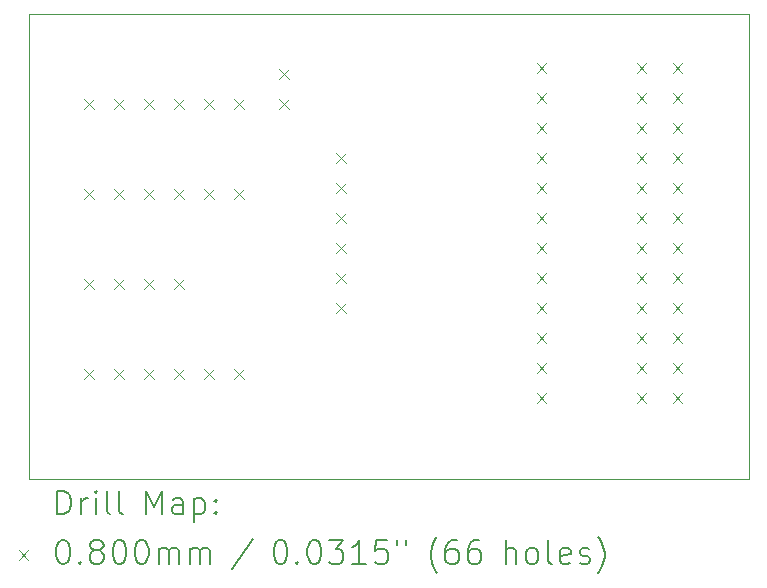
<source format=gbr>
%TF.GenerationSoftware,KiCad,Pcbnew,(7.0.0)*%
%TF.CreationDate,2023-03-31T02:04:25+02:00*%
%TF.ProjectId,HM-PlateauUtilisateur,484d2d50-6c61-4746-9561-755574696c69,rev?*%
%TF.SameCoordinates,Original*%
%TF.FileFunction,Drillmap*%
%TF.FilePolarity,Positive*%
%FSLAX45Y45*%
G04 Gerber Fmt 4.5, Leading zero omitted, Abs format (unit mm)*
G04 Created by KiCad (PCBNEW (7.0.0)) date 2023-03-31 02:04:25*
%MOMM*%
%LPD*%
G01*
G04 APERTURE LIST*
%ADD10C,0.100000*%
%ADD11C,0.200000*%
%ADD12C,0.080000*%
G04 APERTURE END LIST*
D10*
X11430000Y-6096000D02*
X17526000Y-6096000D01*
X17526000Y-6096000D02*
X17526000Y-10033000D01*
X17526000Y-10033000D02*
X11430000Y-10033000D01*
X11430000Y-10033000D02*
X11430000Y-6096000D01*
D11*
D12*
X11898000Y-6818000D02*
X11978000Y-6898000D01*
X11978000Y-6818000D02*
X11898000Y-6898000D01*
X11898000Y-7580000D02*
X11978000Y-7660000D01*
X11978000Y-7580000D02*
X11898000Y-7660000D01*
X11898000Y-8342000D02*
X11978000Y-8422000D01*
X11978000Y-8342000D02*
X11898000Y-8422000D01*
X11898000Y-9104000D02*
X11978000Y-9184000D01*
X11978000Y-9104000D02*
X11898000Y-9184000D01*
X12152000Y-6818000D02*
X12232000Y-6898000D01*
X12232000Y-6818000D02*
X12152000Y-6898000D01*
X12152000Y-7580000D02*
X12232000Y-7660000D01*
X12232000Y-7580000D02*
X12152000Y-7660000D01*
X12152000Y-8342000D02*
X12232000Y-8422000D01*
X12232000Y-8342000D02*
X12152000Y-8422000D01*
X12152000Y-9104000D02*
X12232000Y-9184000D01*
X12232000Y-9104000D02*
X12152000Y-9184000D01*
X12406000Y-6818000D02*
X12486000Y-6898000D01*
X12486000Y-6818000D02*
X12406000Y-6898000D01*
X12406000Y-7580000D02*
X12486000Y-7660000D01*
X12486000Y-7580000D02*
X12406000Y-7660000D01*
X12406000Y-8342000D02*
X12486000Y-8422000D01*
X12486000Y-8342000D02*
X12406000Y-8422000D01*
X12406000Y-9104000D02*
X12486000Y-9184000D01*
X12486000Y-9104000D02*
X12406000Y-9184000D01*
X12660000Y-6818000D02*
X12740000Y-6898000D01*
X12740000Y-6818000D02*
X12660000Y-6898000D01*
X12660000Y-7580000D02*
X12740000Y-7660000D01*
X12740000Y-7580000D02*
X12660000Y-7660000D01*
X12660000Y-8342000D02*
X12740000Y-8422000D01*
X12740000Y-8342000D02*
X12660000Y-8422000D01*
X12660000Y-9104000D02*
X12740000Y-9184000D01*
X12740000Y-9104000D02*
X12660000Y-9184000D01*
X12914000Y-6818000D02*
X12994000Y-6898000D01*
X12994000Y-6818000D02*
X12914000Y-6898000D01*
X12914000Y-7580000D02*
X12994000Y-7660000D01*
X12994000Y-7580000D02*
X12914000Y-7660000D01*
X12914000Y-9104000D02*
X12994000Y-9184000D01*
X12994000Y-9104000D02*
X12914000Y-9184000D01*
X13168000Y-6818000D02*
X13248000Y-6898000D01*
X13248000Y-6818000D02*
X13168000Y-6898000D01*
X13168000Y-7580000D02*
X13248000Y-7660000D01*
X13248000Y-7580000D02*
X13168000Y-7660000D01*
X13168000Y-9104000D02*
X13248000Y-9184000D01*
X13248000Y-9104000D02*
X13168000Y-9184000D01*
X13549000Y-6564000D02*
X13629000Y-6644000D01*
X13629000Y-6564000D02*
X13549000Y-6644000D01*
X13549000Y-6818000D02*
X13629000Y-6898000D01*
X13629000Y-6818000D02*
X13549000Y-6898000D01*
X14031600Y-7275200D02*
X14111600Y-7355200D01*
X14111600Y-7275200D02*
X14031600Y-7355200D01*
X14031600Y-7529200D02*
X14111600Y-7609200D01*
X14111600Y-7529200D02*
X14031600Y-7609200D01*
X14031600Y-7783200D02*
X14111600Y-7863200D01*
X14111600Y-7783200D02*
X14031600Y-7863200D01*
X14031600Y-8037200D02*
X14111600Y-8117200D01*
X14111600Y-8037200D02*
X14031600Y-8117200D01*
X14031600Y-8291200D02*
X14111600Y-8371200D01*
X14111600Y-8291200D02*
X14031600Y-8371200D01*
X14031600Y-8545200D02*
X14111600Y-8625200D01*
X14111600Y-8545200D02*
X14031600Y-8625200D01*
X15731600Y-6513200D02*
X15811600Y-6593200D01*
X15811600Y-6513200D02*
X15731600Y-6593200D01*
X15731600Y-6767200D02*
X15811600Y-6847200D01*
X15811600Y-6767200D02*
X15731600Y-6847200D01*
X15731600Y-7021200D02*
X15811600Y-7101200D01*
X15811600Y-7021200D02*
X15731600Y-7101200D01*
X15731600Y-7275200D02*
X15811600Y-7355200D01*
X15811600Y-7275200D02*
X15731600Y-7355200D01*
X15731600Y-7529200D02*
X15811600Y-7609200D01*
X15811600Y-7529200D02*
X15731600Y-7609200D01*
X15731600Y-7783200D02*
X15811600Y-7863200D01*
X15811600Y-7783200D02*
X15731600Y-7863200D01*
X15731600Y-8037200D02*
X15811600Y-8117200D01*
X15811600Y-8037200D02*
X15731600Y-8117200D01*
X15731600Y-8291200D02*
X15811600Y-8371200D01*
X15811600Y-8291200D02*
X15731600Y-8371200D01*
X15731600Y-8545200D02*
X15811600Y-8625200D01*
X15811600Y-8545200D02*
X15731600Y-8625200D01*
X15731600Y-8799200D02*
X15811600Y-8879200D01*
X15811600Y-8799200D02*
X15731600Y-8879200D01*
X15731600Y-9053200D02*
X15811600Y-9133200D01*
X15811600Y-9053200D02*
X15731600Y-9133200D01*
X15731600Y-9307200D02*
X15811600Y-9387200D01*
X15811600Y-9307200D02*
X15731600Y-9387200D01*
X16579325Y-6513200D02*
X16659325Y-6593200D01*
X16659325Y-6513200D02*
X16579325Y-6593200D01*
X16579325Y-6767200D02*
X16659325Y-6847200D01*
X16659325Y-6767200D02*
X16579325Y-6847200D01*
X16579325Y-7021200D02*
X16659325Y-7101200D01*
X16659325Y-7021200D02*
X16579325Y-7101200D01*
X16579325Y-7275200D02*
X16659325Y-7355200D01*
X16659325Y-7275200D02*
X16579325Y-7355200D01*
X16579325Y-7529200D02*
X16659325Y-7609200D01*
X16659325Y-7529200D02*
X16579325Y-7609200D01*
X16579325Y-7783200D02*
X16659325Y-7863200D01*
X16659325Y-7783200D02*
X16579325Y-7863200D01*
X16579325Y-8037200D02*
X16659325Y-8117200D01*
X16659325Y-8037200D02*
X16579325Y-8117200D01*
X16579325Y-8291200D02*
X16659325Y-8371200D01*
X16659325Y-8291200D02*
X16579325Y-8371200D01*
X16579325Y-8545200D02*
X16659325Y-8625200D01*
X16659325Y-8545200D02*
X16579325Y-8625200D01*
X16579325Y-8799200D02*
X16659325Y-8879200D01*
X16659325Y-8799200D02*
X16579325Y-8879200D01*
X16579325Y-9053200D02*
X16659325Y-9133200D01*
X16659325Y-9053200D02*
X16579325Y-9133200D01*
X16579325Y-9307200D02*
X16659325Y-9387200D01*
X16659325Y-9307200D02*
X16579325Y-9387200D01*
X16884125Y-6513200D02*
X16964125Y-6593200D01*
X16964125Y-6513200D02*
X16884125Y-6593200D01*
X16884125Y-6767200D02*
X16964125Y-6847200D01*
X16964125Y-6767200D02*
X16884125Y-6847200D01*
X16884125Y-7021200D02*
X16964125Y-7101200D01*
X16964125Y-7021200D02*
X16884125Y-7101200D01*
X16884125Y-7275200D02*
X16964125Y-7355200D01*
X16964125Y-7275200D02*
X16884125Y-7355200D01*
X16884125Y-7529200D02*
X16964125Y-7609200D01*
X16964125Y-7529200D02*
X16884125Y-7609200D01*
X16884125Y-7783200D02*
X16964125Y-7863200D01*
X16964125Y-7783200D02*
X16884125Y-7863200D01*
X16884125Y-8037200D02*
X16964125Y-8117200D01*
X16964125Y-8037200D02*
X16884125Y-8117200D01*
X16884125Y-8291200D02*
X16964125Y-8371200D01*
X16964125Y-8291200D02*
X16884125Y-8371200D01*
X16884125Y-8545200D02*
X16964125Y-8625200D01*
X16964125Y-8545200D02*
X16884125Y-8625200D01*
X16884125Y-8799200D02*
X16964125Y-8879200D01*
X16964125Y-8799200D02*
X16884125Y-8879200D01*
X16884125Y-9053200D02*
X16964125Y-9133200D01*
X16964125Y-9053200D02*
X16884125Y-9133200D01*
X16884125Y-9307200D02*
X16964125Y-9387200D01*
X16964125Y-9307200D02*
X16884125Y-9387200D01*
D11*
X11672619Y-10331476D02*
X11672619Y-10131476D01*
X11672619Y-10131476D02*
X11720238Y-10131476D01*
X11720238Y-10131476D02*
X11748809Y-10141000D01*
X11748809Y-10141000D02*
X11767857Y-10160048D01*
X11767857Y-10160048D02*
X11777381Y-10179095D01*
X11777381Y-10179095D02*
X11786905Y-10217190D01*
X11786905Y-10217190D02*
X11786905Y-10245762D01*
X11786905Y-10245762D02*
X11777381Y-10283857D01*
X11777381Y-10283857D02*
X11767857Y-10302905D01*
X11767857Y-10302905D02*
X11748809Y-10321952D01*
X11748809Y-10321952D02*
X11720238Y-10331476D01*
X11720238Y-10331476D02*
X11672619Y-10331476D01*
X11872619Y-10331476D02*
X11872619Y-10198143D01*
X11872619Y-10236238D02*
X11882143Y-10217190D01*
X11882143Y-10217190D02*
X11891667Y-10207667D01*
X11891667Y-10207667D02*
X11910714Y-10198143D01*
X11910714Y-10198143D02*
X11929762Y-10198143D01*
X11996428Y-10331476D02*
X11996428Y-10198143D01*
X11996428Y-10131476D02*
X11986905Y-10141000D01*
X11986905Y-10141000D02*
X11996428Y-10150524D01*
X11996428Y-10150524D02*
X12005952Y-10141000D01*
X12005952Y-10141000D02*
X11996428Y-10131476D01*
X11996428Y-10131476D02*
X11996428Y-10150524D01*
X12120238Y-10331476D02*
X12101190Y-10321952D01*
X12101190Y-10321952D02*
X12091667Y-10302905D01*
X12091667Y-10302905D02*
X12091667Y-10131476D01*
X12225000Y-10331476D02*
X12205952Y-10321952D01*
X12205952Y-10321952D02*
X12196428Y-10302905D01*
X12196428Y-10302905D02*
X12196428Y-10131476D01*
X12421190Y-10331476D02*
X12421190Y-10131476D01*
X12421190Y-10131476D02*
X12487857Y-10274333D01*
X12487857Y-10274333D02*
X12554524Y-10131476D01*
X12554524Y-10131476D02*
X12554524Y-10331476D01*
X12735476Y-10331476D02*
X12735476Y-10226714D01*
X12735476Y-10226714D02*
X12725952Y-10207667D01*
X12725952Y-10207667D02*
X12706905Y-10198143D01*
X12706905Y-10198143D02*
X12668809Y-10198143D01*
X12668809Y-10198143D02*
X12649762Y-10207667D01*
X12735476Y-10321952D02*
X12716428Y-10331476D01*
X12716428Y-10331476D02*
X12668809Y-10331476D01*
X12668809Y-10331476D02*
X12649762Y-10321952D01*
X12649762Y-10321952D02*
X12640238Y-10302905D01*
X12640238Y-10302905D02*
X12640238Y-10283857D01*
X12640238Y-10283857D02*
X12649762Y-10264810D01*
X12649762Y-10264810D02*
X12668809Y-10255286D01*
X12668809Y-10255286D02*
X12716428Y-10255286D01*
X12716428Y-10255286D02*
X12735476Y-10245762D01*
X12830714Y-10198143D02*
X12830714Y-10398143D01*
X12830714Y-10207667D02*
X12849762Y-10198143D01*
X12849762Y-10198143D02*
X12887857Y-10198143D01*
X12887857Y-10198143D02*
X12906905Y-10207667D01*
X12906905Y-10207667D02*
X12916428Y-10217190D01*
X12916428Y-10217190D02*
X12925952Y-10236238D01*
X12925952Y-10236238D02*
X12925952Y-10293381D01*
X12925952Y-10293381D02*
X12916428Y-10312429D01*
X12916428Y-10312429D02*
X12906905Y-10321952D01*
X12906905Y-10321952D02*
X12887857Y-10331476D01*
X12887857Y-10331476D02*
X12849762Y-10331476D01*
X12849762Y-10331476D02*
X12830714Y-10321952D01*
X13011667Y-10312429D02*
X13021190Y-10321952D01*
X13021190Y-10321952D02*
X13011667Y-10331476D01*
X13011667Y-10331476D02*
X13002143Y-10321952D01*
X13002143Y-10321952D02*
X13011667Y-10312429D01*
X13011667Y-10312429D02*
X13011667Y-10331476D01*
X13011667Y-10207667D02*
X13021190Y-10217190D01*
X13021190Y-10217190D02*
X13011667Y-10226714D01*
X13011667Y-10226714D02*
X13002143Y-10217190D01*
X13002143Y-10217190D02*
X13011667Y-10207667D01*
X13011667Y-10207667D02*
X13011667Y-10226714D01*
D12*
X11345000Y-10638000D02*
X11425000Y-10718000D01*
X11425000Y-10638000D02*
X11345000Y-10718000D01*
D11*
X11710714Y-10551476D02*
X11729762Y-10551476D01*
X11729762Y-10551476D02*
X11748809Y-10561000D01*
X11748809Y-10561000D02*
X11758333Y-10570524D01*
X11758333Y-10570524D02*
X11767857Y-10589571D01*
X11767857Y-10589571D02*
X11777381Y-10627667D01*
X11777381Y-10627667D02*
X11777381Y-10675286D01*
X11777381Y-10675286D02*
X11767857Y-10713381D01*
X11767857Y-10713381D02*
X11758333Y-10732429D01*
X11758333Y-10732429D02*
X11748809Y-10741952D01*
X11748809Y-10741952D02*
X11729762Y-10751476D01*
X11729762Y-10751476D02*
X11710714Y-10751476D01*
X11710714Y-10751476D02*
X11691667Y-10741952D01*
X11691667Y-10741952D02*
X11682143Y-10732429D01*
X11682143Y-10732429D02*
X11672619Y-10713381D01*
X11672619Y-10713381D02*
X11663095Y-10675286D01*
X11663095Y-10675286D02*
X11663095Y-10627667D01*
X11663095Y-10627667D02*
X11672619Y-10589571D01*
X11672619Y-10589571D02*
X11682143Y-10570524D01*
X11682143Y-10570524D02*
X11691667Y-10561000D01*
X11691667Y-10561000D02*
X11710714Y-10551476D01*
X11863095Y-10732429D02*
X11872619Y-10741952D01*
X11872619Y-10741952D02*
X11863095Y-10751476D01*
X11863095Y-10751476D02*
X11853571Y-10741952D01*
X11853571Y-10741952D02*
X11863095Y-10732429D01*
X11863095Y-10732429D02*
X11863095Y-10751476D01*
X11986905Y-10637190D02*
X11967857Y-10627667D01*
X11967857Y-10627667D02*
X11958333Y-10618143D01*
X11958333Y-10618143D02*
X11948809Y-10599095D01*
X11948809Y-10599095D02*
X11948809Y-10589571D01*
X11948809Y-10589571D02*
X11958333Y-10570524D01*
X11958333Y-10570524D02*
X11967857Y-10561000D01*
X11967857Y-10561000D02*
X11986905Y-10551476D01*
X11986905Y-10551476D02*
X12025000Y-10551476D01*
X12025000Y-10551476D02*
X12044048Y-10561000D01*
X12044048Y-10561000D02*
X12053571Y-10570524D01*
X12053571Y-10570524D02*
X12063095Y-10589571D01*
X12063095Y-10589571D02*
X12063095Y-10599095D01*
X12063095Y-10599095D02*
X12053571Y-10618143D01*
X12053571Y-10618143D02*
X12044048Y-10627667D01*
X12044048Y-10627667D02*
X12025000Y-10637190D01*
X12025000Y-10637190D02*
X11986905Y-10637190D01*
X11986905Y-10637190D02*
X11967857Y-10646714D01*
X11967857Y-10646714D02*
X11958333Y-10656238D01*
X11958333Y-10656238D02*
X11948809Y-10675286D01*
X11948809Y-10675286D02*
X11948809Y-10713381D01*
X11948809Y-10713381D02*
X11958333Y-10732429D01*
X11958333Y-10732429D02*
X11967857Y-10741952D01*
X11967857Y-10741952D02*
X11986905Y-10751476D01*
X11986905Y-10751476D02*
X12025000Y-10751476D01*
X12025000Y-10751476D02*
X12044048Y-10741952D01*
X12044048Y-10741952D02*
X12053571Y-10732429D01*
X12053571Y-10732429D02*
X12063095Y-10713381D01*
X12063095Y-10713381D02*
X12063095Y-10675286D01*
X12063095Y-10675286D02*
X12053571Y-10656238D01*
X12053571Y-10656238D02*
X12044048Y-10646714D01*
X12044048Y-10646714D02*
X12025000Y-10637190D01*
X12186905Y-10551476D02*
X12205952Y-10551476D01*
X12205952Y-10551476D02*
X12225000Y-10561000D01*
X12225000Y-10561000D02*
X12234524Y-10570524D01*
X12234524Y-10570524D02*
X12244048Y-10589571D01*
X12244048Y-10589571D02*
X12253571Y-10627667D01*
X12253571Y-10627667D02*
X12253571Y-10675286D01*
X12253571Y-10675286D02*
X12244048Y-10713381D01*
X12244048Y-10713381D02*
X12234524Y-10732429D01*
X12234524Y-10732429D02*
X12225000Y-10741952D01*
X12225000Y-10741952D02*
X12205952Y-10751476D01*
X12205952Y-10751476D02*
X12186905Y-10751476D01*
X12186905Y-10751476D02*
X12167857Y-10741952D01*
X12167857Y-10741952D02*
X12158333Y-10732429D01*
X12158333Y-10732429D02*
X12148809Y-10713381D01*
X12148809Y-10713381D02*
X12139286Y-10675286D01*
X12139286Y-10675286D02*
X12139286Y-10627667D01*
X12139286Y-10627667D02*
X12148809Y-10589571D01*
X12148809Y-10589571D02*
X12158333Y-10570524D01*
X12158333Y-10570524D02*
X12167857Y-10561000D01*
X12167857Y-10561000D02*
X12186905Y-10551476D01*
X12377381Y-10551476D02*
X12396429Y-10551476D01*
X12396429Y-10551476D02*
X12415476Y-10561000D01*
X12415476Y-10561000D02*
X12425000Y-10570524D01*
X12425000Y-10570524D02*
X12434524Y-10589571D01*
X12434524Y-10589571D02*
X12444048Y-10627667D01*
X12444048Y-10627667D02*
X12444048Y-10675286D01*
X12444048Y-10675286D02*
X12434524Y-10713381D01*
X12434524Y-10713381D02*
X12425000Y-10732429D01*
X12425000Y-10732429D02*
X12415476Y-10741952D01*
X12415476Y-10741952D02*
X12396429Y-10751476D01*
X12396429Y-10751476D02*
X12377381Y-10751476D01*
X12377381Y-10751476D02*
X12358333Y-10741952D01*
X12358333Y-10741952D02*
X12348809Y-10732429D01*
X12348809Y-10732429D02*
X12339286Y-10713381D01*
X12339286Y-10713381D02*
X12329762Y-10675286D01*
X12329762Y-10675286D02*
X12329762Y-10627667D01*
X12329762Y-10627667D02*
X12339286Y-10589571D01*
X12339286Y-10589571D02*
X12348809Y-10570524D01*
X12348809Y-10570524D02*
X12358333Y-10561000D01*
X12358333Y-10561000D02*
X12377381Y-10551476D01*
X12529762Y-10751476D02*
X12529762Y-10618143D01*
X12529762Y-10637190D02*
X12539286Y-10627667D01*
X12539286Y-10627667D02*
X12558333Y-10618143D01*
X12558333Y-10618143D02*
X12586905Y-10618143D01*
X12586905Y-10618143D02*
X12605952Y-10627667D01*
X12605952Y-10627667D02*
X12615476Y-10646714D01*
X12615476Y-10646714D02*
X12615476Y-10751476D01*
X12615476Y-10646714D02*
X12625000Y-10627667D01*
X12625000Y-10627667D02*
X12644048Y-10618143D01*
X12644048Y-10618143D02*
X12672619Y-10618143D01*
X12672619Y-10618143D02*
X12691667Y-10627667D01*
X12691667Y-10627667D02*
X12701190Y-10646714D01*
X12701190Y-10646714D02*
X12701190Y-10751476D01*
X12796429Y-10751476D02*
X12796429Y-10618143D01*
X12796429Y-10637190D02*
X12805952Y-10627667D01*
X12805952Y-10627667D02*
X12825000Y-10618143D01*
X12825000Y-10618143D02*
X12853571Y-10618143D01*
X12853571Y-10618143D02*
X12872619Y-10627667D01*
X12872619Y-10627667D02*
X12882143Y-10646714D01*
X12882143Y-10646714D02*
X12882143Y-10751476D01*
X12882143Y-10646714D02*
X12891667Y-10627667D01*
X12891667Y-10627667D02*
X12910714Y-10618143D01*
X12910714Y-10618143D02*
X12939286Y-10618143D01*
X12939286Y-10618143D02*
X12958333Y-10627667D01*
X12958333Y-10627667D02*
X12967857Y-10646714D01*
X12967857Y-10646714D02*
X12967857Y-10751476D01*
X13325952Y-10541952D02*
X13154524Y-10799095D01*
X13550714Y-10551476D02*
X13569762Y-10551476D01*
X13569762Y-10551476D02*
X13588810Y-10561000D01*
X13588810Y-10561000D02*
X13598333Y-10570524D01*
X13598333Y-10570524D02*
X13607857Y-10589571D01*
X13607857Y-10589571D02*
X13617381Y-10627667D01*
X13617381Y-10627667D02*
X13617381Y-10675286D01*
X13617381Y-10675286D02*
X13607857Y-10713381D01*
X13607857Y-10713381D02*
X13598333Y-10732429D01*
X13598333Y-10732429D02*
X13588810Y-10741952D01*
X13588810Y-10741952D02*
X13569762Y-10751476D01*
X13569762Y-10751476D02*
X13550714Y-10751476D01*
X13550714Y-10751476D02*
X13531667Y-10741952D01*
X13531667Y-10741952D02*
X13522143Y-10732429D01*
X13522143Y-10732429D02*
X13512619Y-10713381D01*
X13512619Y-10713381D02*
X13503095Y-10675286D01*
X13503095Y-10675286D02*
X13503095Y-10627667D01*
X13503095Y-10627667D02*
X13512619Y-10589571D01*
X13512619Y-10589571D02*
X13522143Y-10570524D01*
X13522143Y-10570524D02*
X13531667Y-10561000D01*
X13531667Y-10561000D02*
X13550714Y-10551476D01*
X13703095Y-10732429D02*
X13712619Y-10741952D01*
X13712619Y-10741952D02*
X13703095Y-10751476D01*
X13703095Y-10751476D02*
X13693571Y-10741952D01*
X13693571Y-10741952D02*
X13703095Y-10732429D01*
X13703095Y-10732429D02*
X13703095Y-10751476D01*
X13836429Y-10551476D02*
X13855476Y-10551476D01*
X13855476Y-10551476D02*
X13874524Y-10561000D01*
X13874524Y-10561000D02*
X13884048Y-10570524D01*
X13884048Y-10570524D02*
X13893571Y-10589571D01*
X13893571Y-10589571D02*
X13903095Y-10627667D01*
X13903095Y-10627667D02*
X13903095Y-10675286D01*
X13903095Y-10675286D02*
X13893571Y-10713381D01*
X13893571Y-10713381D02*
X13884048Y-10732429D01*
X13884048Y-10732429D02*
X13874524Y-10741952D01*
X13874524Y-10741952D02*
X13855476Y-10751476D01*
X13855476Y-10751476D02*
X13836429Y-10751476D01*
X13836429Y-10751476D02*
X13817381Y-10741952D01*
X13817381Y-10741952D02*
X13807857Y-10732429D01*
X13807857Y-10732429D02*
X13798333Y-10713381D01*
X13798333Y-10713381D02*
X13788810Y-10675286D01*
X13788810Y-10675286D02*
X13788810Y-10627667D01*
X13788810Y-10627667D02*
X13798333Y-10589571D01*
X13798333Y-10589571D02*
X13807857Y-10570524D01*
X13807857Y-10570524D02*
X13817381Y-10561000D01*
X13817381Y-10561000D02*
X13836429Y-10551476D01*
X13969762Y-10551476D02*
X14093571Y-10551476D01*
X14093571Y-10551476D02*
X14026905Y-10627667D01*
X14026905Y-10627667D02*
X14055476Y-10627667D01*
X14055476Y-10627667D02*
X14074524Y-10637190D01*
X14074524Y-10637190D02*
X14084048Y-10646714D01*
X14084048Y-10646714D02*
X14093571Y-10665762D01*
X14093571Y-10665762D02*
X14093571Y-10713381D01*
X14093571Y-10713381D02*
X14084048Y-10732429D01*
X14084048Y-10732429D02*
X14074524Y-10741952D01*
X14074524Y-10741952D02*
X14055476Y-10751476D01*
X14055476Y-10751476D02*
X13998333Y-10751476D01*
X13998333Y-10751476D02*
X13979286Y-10741952D01*
X13979286Y-10741952D02*
X13969762Y-10732429D01*
X14284048Y-10751476D02*
X14169762Y-10751476D01*
X14226905Y-10751476D02*
X14226905Y-10551476D01*
X14226905Y-10551476D02*
X14207857Y-10580048D01*
X14207857Y-10580048D02*
X14188810Y-10599095D01*
X14188810Y-10599095D02*
X14169762Y-10608619D01*
X14465000Y-10551476D02*
X14369762Y-10551476D01*
X14369762Y-10551476D02*
X14360238Y-10646714D01*
X14360238Y-10646714D02*
X14369762Y-10637190D01*
X14369762Y-10637190D02*
X14388810Y-10627667D01*
X14388810Y-10627667D02*
X14436429Y-10627667D01*
X14436429Y-10627667D02*
X14455476Y-10637190D01*
X14455476Y-10637190D02*
X14465000Y-10646714D01*
X14465000Y-10646714D02*
X14474524Y-10665762D01*
X14474524Y-10665762D02*
X14474524Y-10713381D01*
X14474524Y-10713381D02*
X14465000Y-10732429D01*
X14465000Y-10732429D02*
X14455476Y-10741952D01*
X14455476Y-10741952D02*
X14436429Y-10751476D01*
X14436429Y-10751476D02*
X14388810Y-10751476D01*
X14388810Y-10751476D02*
X14369762Y-10741952D01*
X14369762Y-10741952D02*
X14360238Y-10732429D01*
X14550714Y-10551476D02*
X14550714Y-10589571D01*
X14626905Y-10551476D02*
X14626905Y-10589571D01*
X14889762Y-10827667D02*
X14880238Y-10818143D01*
X14880238Y-10818143D02*
X14861191Y-10789571D01*
X14861191Y-10789571D02*
X14851667Y-10770524D01*
X14851667Y-10770524D02*
X14842143Y-10741952D01*
X14842143Y-10741952D02*
X14832619Y-10694333D01*
X14832619Y-10694333D02*
X14832619Y-10656238D01*
X14832619Y-10656238D02*
X14842143Y-10608619D01*
X14842143Y-10608619D02*
X14851667Y-10580048D01*
X14851667Y-10580048D02*
X14861191Y-10561000D01*
X14861191Y-10561000D02*
X14880238Y-10532429D01*
X14880238Y-10532429D02*
X14889762Y-10522905D01*
X15051667Y-10551476D02*
X15013571Y-10551476D01*
X15013571Y-10551476D02*
X14994524Y-10561000D01*
X14994524Y-10561000D02*
X14985000Y-10570524D01*
X14985000Y-10570524D02*
X14965952Y-10599095D01*
X14965952Y-10599095D02*
X14956429Y-10637190D01*
X14956429Y-10637190D02*
X14956429Y-10713381D01*
X14956429Y-10713381D02*
X14965952Y-10732429D01*
X14965952Y-10732429D02*
X14975476Y-10741952D01*
X14975476Y-10741952D02*
X14994524Y-10751476D01*
X14994524Y-10751476D02*
X15032619Y-10751476D01*
X15032619Y-10751476D02*
X15051667Y-10741952D01*
X15051667Y-10741952D02*
X15061191Y-10732429D01*
X15061191Y-10732429D02*
X15070714Y-10713381D01*
X15070714Y-10713381D02*
X15070714Y-10665762D01*
X15070714Y-10665762D02*
X15061191Y-10646714D01*
X15061191Y-10646714D02*
X15051667Y-10637190D01*
X15051667Y-10637190D02*
X15032619Y-10627667D01*
X15032619Y-10627667D02*
X14994524Y-10627667D01*
X14994524Y-10627667D02*
X14975476Y-10637190D01*
X14975476Y-10637190D02*
X14965952Y-10646714D01*
X14965952Y-10646714D02*
X14956429Y-10665762D01*
X15242143Y-10551476D02*
X15204048Y-10551476D01*
X15204048Y-10551476D02*
X15185000Y-10561000D01*
X15185000Y-10561000D02*
X15175476Y-10570524D01*
X15175476Y-10570524D02*
X15156429Y-10599095D01*
X15156429Y-10599095D02*
X15146905Y-10637190D01*
X15146905Y-10637190D02*
X15146905Y-10713381D01*
X15146905Y-10713381D02*
X15156429Y-10732429D01*
X15156429Y-10732429D02*
X15165952Y-10741952D01*
X15165952Y-10741952D02*
X15185000Y-10751476D01*
X15185000Y-10751476D02*
X15223095Y-10751476D01*
X15223095Y-10751476D02*
X15242143Y-10741952D01*
X15242143Y-10741952D02*
X15251667Y-10732429D01*
X15251667Y-10732429D02*
X15261191Y-10713381D01*
X15261191Y-10713381D02*
X15261191Y-10665762D01*
X15261191Y-10665762D02*
X15251667Y-10646714D01*
X15251667Y-10646714D02*
X15242143Y-10637190D01*
X15242143Y-10637190D02*
X15223095Y-10627667D01*
X15223095Y-10627667D02*
X15185000Y-10627667D01*
X15185000Y-10627667D02*
X15165952Y-10637190D01*
X15165952Y-10637190D02*
X15156429Y-10646714D01*
X15156429Y-10646714D02*
X15146905Y-10665762D01*
X15466905Y-10751476D02*
X15466905Y-10551476D01*
X15552619Y-10751476D02*
X15552619Y-10646714D01*
X15552619Y-10646714D02*
X15543095Y-10627667D01*
X15543095Y-10627667D02*
X15524048Y-10618143D01*
X15524048Y-10618143D02*
X15495476Y-10618143D01*
X15495476Y-10618143D02*
X15476429Y-10627667D01*
X15476429Y-10627667D02*
X15466905Y-10637190D01*
X15676429Y-10751476D02*
X15657381Y-10741952D01*
X15657381Y-10741952D02*
X15647857Y-10732429D01*
X15647857Y-10732429D02*
X15638333Y-10713381D01*
X15638333Y-10713381D02*
X15638333Y-10656238D01*
X15638333Y-10656238D02*
X15647857Y-10637190D01*
X15647857Y-10637190D02*
X15657381Y-10627667D01*
X15657381Y-10627667D02*
X15676429Y-10618143D01*
X15676429Y-10618143D02*
X15705000Y-10618143D01*
X15705000Y-10618143D02*
X15724048Y-10627667D01*
X15724048Y-10627667D02*
X15733572Y-10637190D01*
X15733572Y-10637190D02*
X15743095Y-10656238D01*
X15743095Y-10656238D02*
X15743095Y-10713381D01*
X15743095Y-10713381D02*
X15733572Y-10732429D01*
X15733572Y-10732429D02*
X15724048Y-10741952D01*
X15724048Y-10741952D02*
X15705000Y-10751476D01*
X15705000Y-10751476D02*
X15676429Y-10751476D01*
X15857381Y-10751476D02*
X15838333Y-10741952D01*
X15838333Y-10741952D02*
X15828810Y-10722905D01*
X15828810Y-10722905D02*
X15828810Y-10551476D01*
X16009762Y-10741952D02*
X15990714Y-10751476D01*
X15990714Y-10751476D02*
X15952619Y-10751476D01*
X15952619Y-10751476D02*
X15933572Y-10741952D01*
X15933572Y-10741952D02*
X15924048Y-10722905D01*
X15924048Y-10722905D02*
X15924048Y-10646714D01*
X15924048Y-10646714D02*
X15933572Y-10627667D01*
X15933572Y-10627667D02*
X15952619Y-10618143D01*
X15952619Y-10618143D02*
X15990714Y-10618143D01*
X15990714Y-10618143D02*
X16009762Y-10627667D01*
X16009762Y-10627667D02*
X16019286Y-10646714D01*
X16019286Y-10646714D02*
X16019286Y-10665762D01*
X16019286Y-10665762D02*
X15924048Y-10684810D01*
X16095476Y-10741952D02*
X16114524Y-10751476D01*
X16114524Y-10751476D02*
X16152619Y-10751476D01*
X16152619Y-10751476D02*
X16171667Y-10741952D01*
X16171667Y-10741952D02*
X16181191Y-10722905D01*
X16181191Y-10722905D02*
X16181191Y-10713381D01*
X16181191Y-10713381D02*
X16171667Y-10694333D01*
X16171667Y-10694333D02*
X16152619Y-10684810D01*
X16152619Y-10684810D02*
X16124048Y-10684810D01*
X16124048Y-10684810D02*
X16105000Y-10675286D01*
X16105000Y-10675286D02*
X16095476Y-10656238D01*
X16095476Y-10656238D02*
X16095476Y-10646714D01*
X16095476Y-10646714D02*
X16105000Y-10627667D01*
X16105000Y-10627667D02*
X16124048Y-10618143D01*
X16124048Y-10618143D02*
X16152619Y-10618143D01*
X16152619Y-10618143D02*
X16171667Y-10627667D01*
X16247857Y-10827667D02*
X16257381Y-10818143D01*
X16257381Y-10818143D02*
X16276429Y-10789571D01*
X16276429Y-10789571D02*
X16285953Y-10770524D01*
X16285953Y-10770524D02*
X16295476Y-10741952D01*
X16295476Y-10741952D02*
X16305000Y-10694333D01*
X16305000Y-10694333D02*
X16305000Y-10656238D01*
X16305000Y-10656238D02*
X16295476Y-10608619D01*
X16295476Y-10608619D02*
X16285953Y-10580048D01*
X16285953Y-10580048D02*
X16276429Y-10561000D01*
X16276429Y-10561000D02*
X16257381Y-10532429D01*
X16257381Y-10532429D02*
X16247857Y-10522905D01*
M02*

</source>
